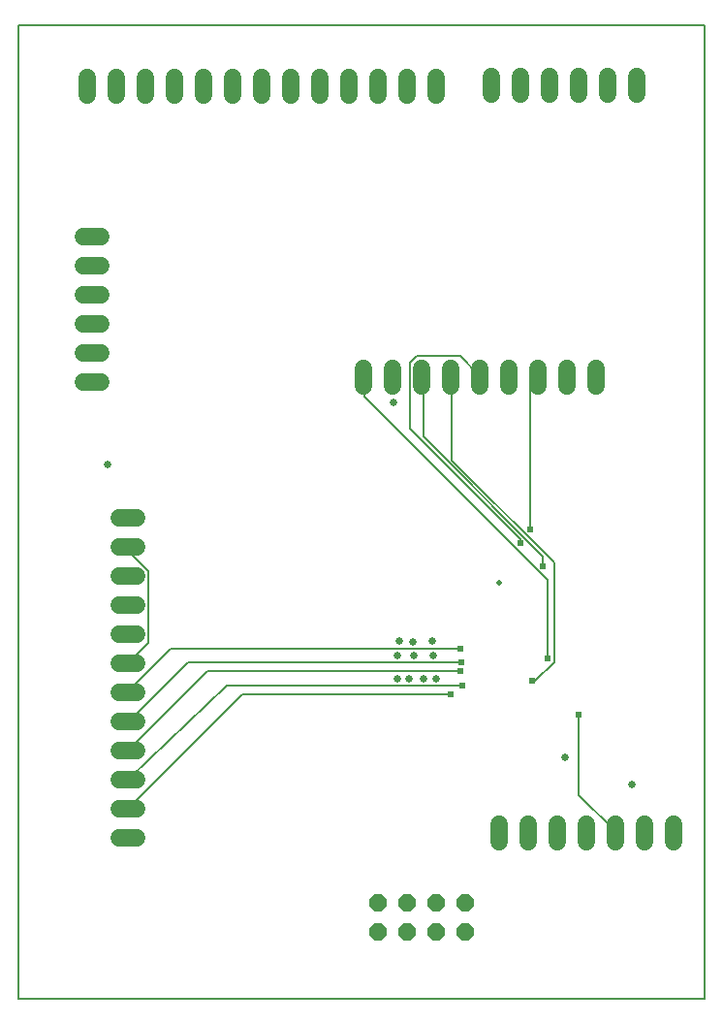
<source format=gbl>
G75*
%MOIN*%
%OFA0B0*%
%FSLAX25Y25*%
%IPPOS*%
%LPD*%
%AMOC8*
5,1,8,0,0,1.08239X$1,22.5*
%
%ADD10C,0.00600*%
%ADD11OC8,0.06000*%
%ADD12C,0.06000*%
%ADD13C,0.02400*%
%ADD14C,0.02600*%
%ADD15C,0.02000*%
D10*
X0001300Y0001300D02*
X0001300Y0335946D01*
X0237520Y0335946D01*
X0237520Y0001300D01*
X0001300Y0001300D01*
X0039179Y0066655D02*
X0039430Y0067045D01*
X0078480Y0106095D01*
X0149980Y0106095D01*
X0153946Y0108790D02*
X0073096Y0108790D01*
X0039430Y0076945D01*
X0039179Y0076655D01*
X0039179Y0086655D02*
X0039430Y0086845D01*
X0066380Y0113795D01*
X0153280Y0113795D01*
X0153830Y0117095D02*
X0059780Y0117095D01*
X0039430Y0096745D01*
X0039179Y0096655D01*
X0039179Y0106655D02*
X0039430Y0107195D01*
X0053730Y0121495D01*
X0153280Y0121495D01*
X0178030Y0110495D02*
X0179130Y0110495D01*
X0185730Y0117095D01*
X0185730Y0151195D01*
X0150530Y0186395D01*
X0150530Y0214995D01*
X0150174Y0215016D01*
X0153280Y0222145D02*
X0159880Y0215545D01*
X0160174Y0215016D01*
X0153280Y0222145D02*
X0138430Y0222145D01*
X0136230Y0219945D01*
X0136230Y0197395D01*
X0174180Y0159445D01*
X0174180Y0157795D01*
X0177480Y0162745D02*
X0177480Y0212795D01*
X0179680Y0214995D01*
X0180174Y0215016D01*
X0140630Y0214995D02*
X0140630Y0194645D01*
X0181880Y0153395D01*
X0181880Y0150095D01*
X0183530Y0145145D02*
X0120280Y0208395D01*
X0120280Y0214995D01*
X0120174Y0215016D01*
X0140174Y0215016D02*
X0140630Y0214995D01*
X0183530Y0145145D02*
X0183530Y0118195D01*
X0193980Y0098945D02*
X0193980Y0071445D01*
X0206630Y0058795D01*
X0206675Y0058439D01*
X0046030Y0123695D02*
X0039430Y0117095D01*
X0039179Y0116655D01*
X0046030Y0123695D02*
X0046030Y0148445D01*
X0039430Y0155045D01*
X0039430Y0156145D01*
X0039179Y0156655D01*
D11*
X0124964Y0034326D03*
X0124964Y0024326D03*
X0134964Y0024326D03*
X0134964Y0034326D03*
X0144964Y0034326D03*
X0144964Y0024326D03*
X0154964Y0024326D03*
X0154964Y0034326D03*
D12*
X0166675Y0055439D02*
X0166675Y0061439D01*
X0176675Y0061439D02*
X0176675Y0055439D01*
X0186675Y0055439D02*
X0186675Y0061439D01*
X0196675Y0061439D02*
X0196675Y0055439D01*
X0206675Y0055439D02*
X0206675Y0061439D01*
X0216675Y0061439D02*
X0216675Y0055439D01*
X0226675Y0055439D02*
X0226675Y0061439D01*
X0200174Y0212016D02*
X0200174Y0218016D01*
X0190174Y0218016D02*
X0190174Y0212016D01*
X0180174Y0212016D02*
X0180174Y0218016D01*
X0170174Y0218016D02*
X0170174Y0212016D01*
X0160174Y0212016D02*
X0160174Y0218016D01*
X0150174Y0218016D02*
X0150174Y0212016D01*
X0140174Y0212016D02*
X0140174Y0218016D01*
X0130174Y0218016D02*
X0130174Y0212016D01*
X0120174Y0212016D02*
X0120174Y0218016D01*
X0115240Y0312093D02*
X0115240Y0318093D01*
X0105240Y0318093D02*
X0105240Y0312093D01*
X0095240Y0312093D02*
X0095240Y0318093D01*
X0085240Y0318093D02*
X0085240Y0312093D01*
X0075240Y0312093D02*
X0075240Y0318093D01*
X0065240Y0318093D02*
X0065240Y0312093D01*
X0055240Y0312093D02*
X0055240Y0318093D01*
X0045240Y0318093D02*
X0045240Y0312093D01*
X0035240Y0312093D02*
X0035240Y0318093D01*
X0025240Y0318093D02*
X0025240Y0312093D01*
X0023781Y0263344D02*
X0029781Y0263344D01*
X0029781Y0253344D02*
X0023781Y0253344D01*
X0023781Y0243344D02*
X0029781Y0243344D01*
X0029781Y0233344D02*
X0023781Y0233344D01*
X0023781Y0223344D02*
X0029781Y0223344D01*
X0029781Y0213344D02*
X0023781Y0213344D01*
X0036179Y0166655D02*
X0042179Y0166655D01*
X0042179Y0156655D02*
X0036179Y0156655D01*
X0036179Y0146655D02*
X0042179Y0146655D01*
X0042179Y0136655D02*
X0036179Y0136655D01*
X0036179Y0126655D02*
X0042179Y0126655D01*
X0042179Y0116655D02*
X0036179Y0116655D01*
X0036179Y0106655D02*
X0042179Y0106655D01*
X0042179Y0096655D02*
X0036179Y0096655D01*
X0036179Y0086655D02*
X0042179Y0086655D01*
X0042179Y0076655D02*
X0036179Y0076655D01*
X0036179Y0066655D02*
X0042179Y0066655D01*
X0042179Y0056655D02*
X0036179Y0056655D01*
X0125240Y0312093D02*
X0125240Y0318093D01*
X0135240Y0318093D02*
X0135240Y0312093D01*
X0145240Y0312093D02*
X0145240Y0318093D01*
X0164109Y0318226D02*
X0164109Y0312226D01*
X0174109Y0312226D02*
X0174109Y0318226D01*
X0184109Y0318226D02*
X0184109Y0312226D01*
X0194109Y0312226D02*
X0194109Y0318226D01*
X0204109Y0318226D02*
X0204109Y0312226D01*
X0214109Y0312226D02*
X0214109Y0318226D01*
D13*
X0177480Y0162745D03*
X0174180Y0157795D03*
X0181880Y0150095D03*
X0183530Y0118195D03*
X0178030Y0110495D03*
X0193980Y0098945D03*
X0153946Y0108790D03*
X0153280Y0113795D03*
X0153830Y0117095D03*
X0153280Y0121495D03*
X0149980Y0106095D03*
D14*
X0145145Y0111339D03*
X0140641Y0111215D03*
X0135847Y0111174D03*
X0131839Y0111298D03*
X0131839Y0119337D03*
X0132361Y0124134D03*
X0137215Y0123968D03*
X0137400Y0119275D03*
X0144197Y0119275D03*
X0143579Y0124153D03*
X0189521Y0084362D03*
X0212569Y0074897D03*
X0130403Y0206284D03*
X0032133Y0184878D03*
D15*
X0166851Y0144396D03*
M02*

</source>
